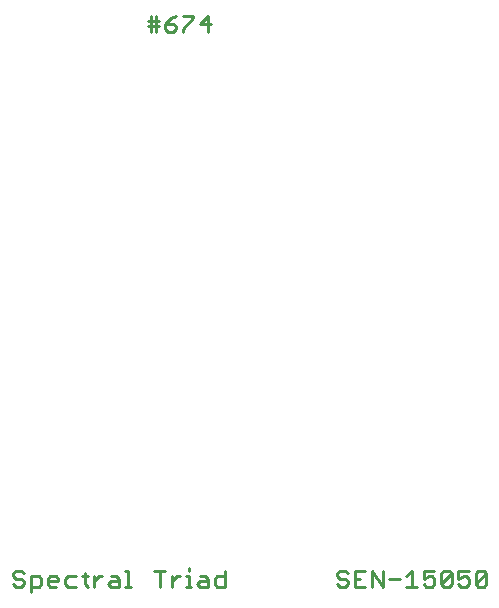
<source format=gto>
G75*
%MOIN*%
%OFA0B0*%
%FSLAX25Y25*%
%IPPOS*%
%LPD*%
%AMOC8*
5,1,8,0,0,1.08239X$1,22.5*
%
%ADD10C,0.00900*%
D10*
X0116978Y0109825D02*
X0116086Y0110718D01*
X0116978Y0109825D02*
X0118763Y0109825D01*
X0119655Y0110718D01*
X0119655Y0111610D01*
X0118763Y0112502D01*
X0116978Y0112502D01*
X0116086Y0113395D01*
X0116086Y0114287D01*
X0116978Y0115180D01*
X0118763Y0115180D01*
X0119655Y0114287D01*
X0121841Y0113395D02*
X0121841Y0108040D01*
X0121841Y0109825D02*
X0124518Y0109825D01*
X0125410Y0110718D01*
X0125410Y0112502D01*
X0124518Y0113395D01*
X0121841Y0113395D01*
X0127595Y0112502D02*
X0127595Y0110718D01*
X0128488Y0109825D01*
X0130273Y0109825D01*
X0131165Y0111610D02*
X0127595Y0111610D01*
X0127595Y0112502D02*
X0128488Y0113395D01*
X0130273Y0113395D01*
X0131165Y0112502D01*
X0131165Y0111610D01*
X0133350Y0112502D02*
X0133350Y0110718D01*
X0134243Y0109825D01*
X0136920Y0109825D01*
X0139998Y0110718D02*
X0139998Y0114287D01*
X0140890Y0113395D02*
X0139105Y0113395D01*
X0136920Y0113395D02*
X0134243Y0113395D01*
X0133350Y0112502D01*
X0139998Y0110718D02*
X0140890Y0109825D01*
X0142942Y0109825D02*
X0142942Y0113395D01*
X0144727Y0113395D02*
X0145619Y0113395D01*
X0144727Y0113395D02*
X0142942Y0111610D01*
X0147738Y0110718D02*
X0148630Y0111610D01*
X0151307Y0111610D01*
X0151307Y0112502D02*
X0151307Y0109825D01*
X0148630Y0109825D01*
X0147738Y0110718D01*
X0148630Y0113395D02*
X0150415Y0113395D01*
X0151307Y0112502D01*
X0153493Y0109825D02*
X0155277Y0109825D01*
X0154385Y0109825D02*
X0154385Y0115180D01*
X0153493Y0115180D01*
X0163084Y0115180D02*
X0166654Y0115180D01*
X0164869Y0115180D02*
X0164869Y0109825D01*
X0168839Y0109825D02*
X0168839Y0113395D01*
X0170624Y0113395D02*
X0171516Y0113395D01*
X0170624Y0113395D02*
X0168839Y0111610D01*
X0173635Y0113395D02*
X0174527Y0113395D01*
X0174527Y0109825D01*
X0173635Y0109825D02*
X0175420Y0109825D01*
X0177471Y0110718D02*
X0178364Y0111610D01*
X0181041Y0111610D01*
X0181041Y0112502D02*
X0181041Y0109825D01*
X0178364Y0109825D01*
X0177471Y0110718D01*
X0178364Y0113395D02*
X0180149Y0113395D01*
X0181041Y0112502D01*
X0183226Y0112502D02*
X0184119Y0113395D01*
X0186796Y0113395D01*
X0186796Y0115180D02*
X0186796Y0109825D01*
X0184119Y0109825D01*
X0183226Y0110718D01*
X0183226Y0112502D01*
X0174527Y0115180D02*
X0174527Y0116072D01*
X0224136Y0114287D02*
X0224136Y0113395D01*
X0225029Y0112502D01*
X0226813Y0112502D01*
X0227706Y0111610D01*
X0227706Y0110718D01*
X0226813Y0109825D01*
X0225029Y0109825D01*
X0224136Y0110718D01*
X0224136Y0114287D02*
X0225029Y0115180D01*
X0226813Y0115180D01*
X0227706Y0114287D01*
X0229891Y0115180D02*
X0229891Y0109825D01*
X0233461Y0109825D01*
X0235646Y0109825D02*
X0235646Y0115180D01*
X0239216Y0109825D01*
X0239216Y0115180D01*
X0241401Y0112502D02*
X0244971Y0112502D01*
X0247156Y0113395D02*
X0248941Y0115180D01*
X0248941Y0109825D01*
X0250725Y0109825D02*
X0247156Y0109825D01*
X0252911Y0110718D02*
X0253803Y0109825D01*
X0255588Y0109825D01*
X0256480Y0110718D01*
X0256480Y0112502D01*
X0255588Y0113395D01*
X0254695Y0113395D01*
X0252911Y0112502D01*
X0252911Y0115180D01*
X0256480Y0115180D01*
X0258666Y0114287D02*
X0259558Y0115180D01*
X0261343Y0115180D01*
X0262235Y0114287D01*
X0258666Y0110718D01*
X0259558Y0109825D01*
X0261343Y0109825D01*
X0262235Y0110718D01*
X0262235Y0114287D01*
X0264420Y0115180D02*
X0264420Y0112502D01*
X0266205Y0113395D01*
X0267098Y0113395D01*
X0267990Y0112502D01*
X0267990Y0110718D01*
X0267098Y0109825D01*
X0265313Y0109825D01*
X0264420Y0110718D01*
X0258666Y0110718D02*
X0258666Y0114287D01*
X0264420Y0115180D02*
X0267990Y0115180D01*
X0270175Y0114287D02*
X0271068Y0115180D01*
X0272853Y0115180D01*
X0273745Y0114287D01*
X0270175Y0110718D01*
X0271068Y0109825D01*
X0272853Y0109825D01*
X0273745Y0110718D01*
X0273745Y0114287D01*
X0270175Y0114287D02*
X0270175Y0110718D01*
X0233461Y0115180D02*
X0229891Y0115180D01*
X0229891Y0112502D02*
X0231676Y0112502D01*
X0180966Y0294825D02*
X0180966Y0300179D01*
X0178288Y0297502D01*
X0181858Y0297502D01*
X0176103Y0299287D02*
X0172533Y0295717D01*
X0172533Y0294825D01*
X0170348Y0295717D02*
X0170348Y0296610D01*
X0169456Y0297502D01*
X0166779Y0297502D01*
X0166779Y0295717D01*
X0167671Y0294825D01*
X0169456Y0294825D01*
X0170348Y0295717D01*
X0166779Y0297502D02*
X0168563Y0299287D01*
X0170348Y0300179D01*
X0172533Y0300179D02*
X0176103Y0300179D01*
X0176103Y0299287D01*
X0164593Y0298395D02*
X0163701Y0298395D01*
X0161024Y0298395D01*
X0161024Y0296610D02*
X0164593Y0296610D01*
X0163701Y0294825D02*
X0163701Y0300179D01*
X0161916Y0300179D02*
X0161916Y0294825D01*
M02*

</source>
